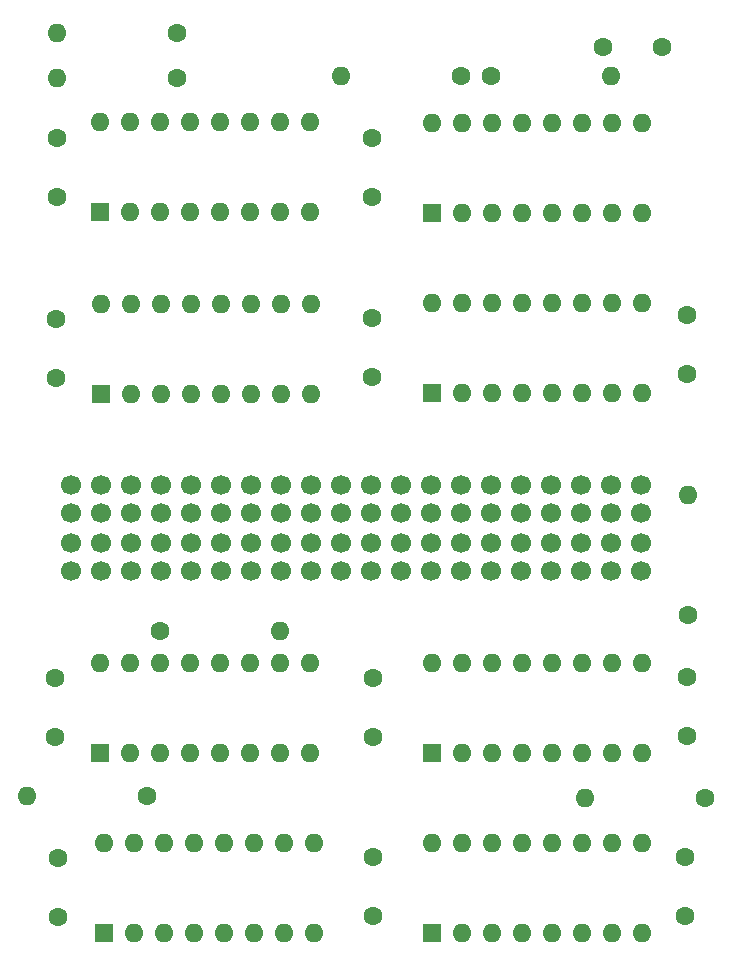
<source format=gbr>
%TF.GenerationSoftware,KiCad,Pcbnew,7.0.7*%
%TF.CreationDate,2023-11-27T02:20:36+00:00*%
%TF.ProjectId,Lynx-MK1-MEM,4c796e78-2d4d-44b3-912d-4d454d2e6b69,rev?*%
%TF.SameCoordinates,Original*%
%TF.FileFunction,Soldermask,Top*%
%TF.FilePolarity,Negative*%
%FSLAX46Y46*%
G04 Gerber Fmt 4.6, Leading zero omitted, Abs format (unit mm)*
G04 Created by KiCad (PCBNEW 7.0.7) date 2023-11-27 02:20:36*
%MOMM*%
%LPD*%
G01*
G04 APERTURE LIST*
%ADD10R,1.600000X1.600000*%
%ADD11O,1.600000X1.600000*%
%ADD12C,1.600000*%
%ADD13C,1.700000*%
G04 APERTURE END LIST*
D10*
%TO.C,IC1*%
X83560000Y-78580000D03*
D11*
X86100000Y-78580000D03*
X88640000Y-78580000D03*
X91180000Y-78580000D03*
X93720000Y-78580000D03*
X96260000Y-78580000D03*
X98800000Y-78580000D03*
X101340000Y-78580000D03*
X101340000Y-70960000D03*
X98800000Y-70960000D03*
X96260000Y-70960000D03*
X93720000Y-70960000D03*
X91180000Y-70960000D03*
X88640000Y-70960000D03*
X86100000Y-70960000D03*
X83560000Y-70960000D03*
%TD*%
D12*
%TO.C,C6*%
X106680000Y-123023000D03*
X106680000Y-118023000D03*
%TD*%
D13*
%TO.C,PL4*%
X81090000Y-108950000D03*
X81090000Y-106570000D03*
X81090000Y-104030000D03*
X81090000Y-101650000D03*
X83630000Y-108950000D03*
X83630000Y-106570000D03*
X83630000Y-104030000D03*
X83630000Y-101650000D03*
X86170000Y-108950000D03*
X86170000Y-106570000D03*
X86170000Y-104030000D03*
X86170000Y-101650000D03*
X88710000Y-108950000D03*
X88710000Y-106570000D03*
X88710000Y-104030000D03*
X88710000Y-101650000D03*
X91250000Y-108950000D03*
X91250000Y-106570000D03*
X91250000Y-104030000D03*
X91250000Y-101650000D03*
X93790000Y-108950000D03*
X93790000Y-106570000D03*
X93790000Y-104030000D03*
X93790000Y-101650000D03*
X96330000Y-108950000D03*
X96330000Y-106570000D03*
X96330000Y-104030000D03*
X96330000Y-101650000D03*
X98870000Y-108950000D03*
X98870000Y-106570000D03*
X98870000Y-104030000D03*
X98870000Y-101650000D03*
X101410000Y-108950000D03*
X101410000Y-106570000D03*
X101410000Y-104030000D03*
X101410000Y-101650000D03*
X103950000Y-108950000D03*
X103950000Y-106570000D03*
X103950000Y-104030000D03*
X103950000Y-101650000D03*
X106490000Y-108950000D03*
X106490000Y-106570000D03*
X106490000Y-104030000D03*
X106490000Y-101650000D03*
X109030000Y-108950000D03*
X109030000Y-106570000D03*
X109030000Y-104030000D03*
X109030000Y-101650000D03*
X111570000Y-108950000D03*
X111570000Y-106570000D03*
X111570000Y-104030000D03*
X111570000Y-101650000D03*
X114110000Y-108950000D03*
X114110000Y-106570000D03*
X114110000Y-104030000D03*
X114110000Y-101650000D03*
X116650000Y-108950000D03*
X116650000Y-106570000D03*
X116650000Y-104030000D03*
X116650000Y-101650000D03*
X119190000Y-108950000D03*
X119190000Y-106570000D03*
X119190000Y-104030000D03*
X119190000Y-101650000D03*
X121730000Y-108950000D03*
X121730000Y-106570000D03*
X121730000Y-104030000D03*
X121730000Y-101650000D03*
X124270000Y-108950000D03*
X124270000Y-106570000D03*
X124270000Y-104030000D03*
X124270000Y-101650000D03*
X126810000Y-108950000D03*
X126810000Y-106570000D03*
X126810000Y-104030000D03*
X126810000Y-101650000D03*
X129350000Y-108950000D03*
X129350000Y-106570000D03*
X129350000Y-104030000D03*
X129350000Y-101650000D03*
%TD*%
D12*
%TO.C,C7*%
X106553000Y-92543000D03*
X106553000Y-87543000D03*
%TD*%
%TO.C,C1*%
X80010000Y-138263000D03*
X80010000Y-133263000D03*
%TD*%
D10*
%TO.C,IC2*%
X111668425Y-78613000D03*
D11*
X114208425Y-78613000D03*
X116748425Y-78613000D03*
X119288425Y-78613000D03*
X121828425Y-78613000D03*
X124368425Y-78613000D03*
X126908425Y-78613000D03*
X129448425Y-78613000D03*
X129448425Y-70993000D03*
X126908425Y-70993000D03*
X124368425Y-70993000D03*
X121828425Y-70993000D03*
X119288425Y-70993000D03*
X116748425Y-70993000D03*
X114208425Y-70993000D03*
X111668425Y-70993000D03*
%TD*%
D12*
%TO.C,R6*%
X88650000Y-114050000D03*
D11*
X98810000Y-114050000D03*
%TD*%
D12*
%TO.C,C9*%
X133096000Y-133136000D03*
X133096000Y-138136000D03*
%TD*%
%TO.C,R8*%
X134767000Y-128143000D03*
D11*
X124607000Y-128143000D03*
%TD*%
D12*
%TO.C,C11*%
X133223000Y-87289000D03*
X133223000Y-92289000D03*
%TD*%
D10*
%TO.C,IC5*%
X83566000Y-124333000D03*
D11*
X86106000Y-124333000D03*
X88646000Y-124333000D03*
X91186000Y-124333000D03*
X93726000Y-124333000D03*
X96266000Y-124333000D03*
X98806000Y-124333000D03*
X101346000Y-124333000D03*
X101346000Y-116713000D03*
X98806000Y-116713000D03*
X96266000Y-116713000D03*
X93726000Y-116713000D03*
X91186000Y-116713000D03*
X88646000Y-116713000D03*
X86106000Y-116713000D03*
X83566000Y-116713000D03*
%TD*%
D12*
%TO.C,C8*%
X106553000Y-77303000D03*
X106553000Y-72303000D03*
%TD*%
%TO.C,R1*%
X90063000Y-63373000D03*
D11*
X79903000Y-63373000D03*
%TD*%
D12*
%TO.C,C12*%
X131150000Y-64550000D03*
X126150000Y-64550000D03*
%TD*%
%TO.C,C4*%
X79883000Y-77303000D03*
X79883000Y-72303000D03*
%TD*%
D10*
%TO.C,IC3*%
X83667600Y-93929200D03*
D11*
X86207600Y-93929200D03*
X88747600Y-93929200D03*
X91287600Y-93929200D03*
X93827600Y-93929200D03*
X96367600Y-93929200D03*
X98907600Y-93929200D03*
X101447600Y-93929200D03*
X101447600Y-86309200D03*
X98907600Y-86309200D03*
X96367600Y-86309200D03*
X93827600Y-86309200D03*
X91287600Y-86309200D03*
X88747600Y-86309200D03*
X86207600Y-86309200D03*
X83667600Y-86309200D03*
%TD*%
D12*
%TO.C,C3*%
X79790000Y-92590000D03*
X79790000Y-87590000D03*
%TD*%
%TO.C,C5*%
X106680000Y-138136000D03*
X106680000Y-133136000D03*
%TD*%
D10*
%TO.C,IC7*%
X83855425Y-139563000D03*
D11*
X86395425Y-139563000D03*
X88935425Y-139563000D03*
X91475425Y-139563000D03*
X94015425Y-139563000D03*
X96555425Y-139563000D03*
X99095425Y-139563000D03*
X101635425Y-139563000D03*
X101635425Y-131943000D03*
X99095425Y-131943000D03*
X96555425Y-131943000D03*
X94015425Y-131943000D03*
X91475425Y-131943000D03*
X88935425Y-131943000D03*
X86395425Y-131943000D03*
X83855425Y-131943000D03*
%TD*%
D10*
%TO.C,IC6*%
X111633000Y-124323000D03*
D11*
X114173000Y-124323000D03*
X116713000Y-124323000D03*
X119253000Y-124323000D03*
X121793000Y-124323000D03*
X124333000Y-124323000D03*
X126873000Y-124323000D03*
X129413000Y-124323000D03*
X129413000Y-116703000D03*
X126873000Y-116703000D03*
X124333000Y-116703000D03*
X121793000Y-116703000D03*
X119253000Y-116703000D03*
X116713000Y-116703000D03*
X114173000Y-116703000D03*
X111633000Y-116703000D03*
%TD*%
D12*
%TO.C,R5*%
X133350000Y-112669000D03*
D11*
X133350000Y-102509000D03*
%TD*%
D12*
%TO.C,C2*%
X79770000Y-122970000D03*
X79770000Y-117970000D03*
%TD*%
D10*
%TO.C,IC4*%
X111633000Y-93853000D03*
D11*
X114173000Y-93853000D03*
X116713000Y-93853000D03*
X119253000Y-93853000D03*
X121793000Y-93853000D03*
X124333000Y-93853000D03*
X126873000Y-93853000D03*
X129413000Y-93853000D03*
X129413000Y-86233000D03*
X126873000Y-86233000D03*
X124333000Y-86233000D03*
X121793000Y-86233000D03*
X119253000Y-86233000D03*
X116713000Y-86233000D03*
X114173000Y-86233000D03*
X111633000Y-86233000D03*
%TD*%
D10*
%TO.C,IC8*%
X111668425Y-139563000D03*
D11*
X114208425Y-139563000D03*
X116748425Y-139563000D03*
X119288425Y-139563000D03*
X121828425Y-139563000D03*
X124368425Y-139563000D03*
X126908425Y-139563000D03*
X129448425Y-139563000D03*
X129448425Y-131943000D03*
X126908425Y-131943000D03*
X124368425Y-131943000D03*
X121828425Y-131943000D03*
X119288425Y-131943000D03*
X116748425Y-131943000D03*
X114208425Y-131943000D03*
X111668425Y-131943000D03*
%TD*%
D12*
%TO.C,R3*%
X114160000Y-67056000D03*
D11*
X104000000Y-67056000D03*
%TD*%
D12*
%TO.C,C10*%
X133223000Y-117896000D03*
X133223000Y-122896000D03*
%TD*%
%TO.C,R7*%
X87523000Y-128016000D03*
D11*
X77363000Y-128016000D03*
%TD*%
D12*
%TO.C,R4*%
X116693000Y-67056000D03*
D11*
X126853000Y-67056000D03*
%TD*%
D12*
%TO.C,R2*%
X90063000Y-67183000D03*
D11*
X79903000Y-67183000D03*
%TD*%
M02*

</source>
